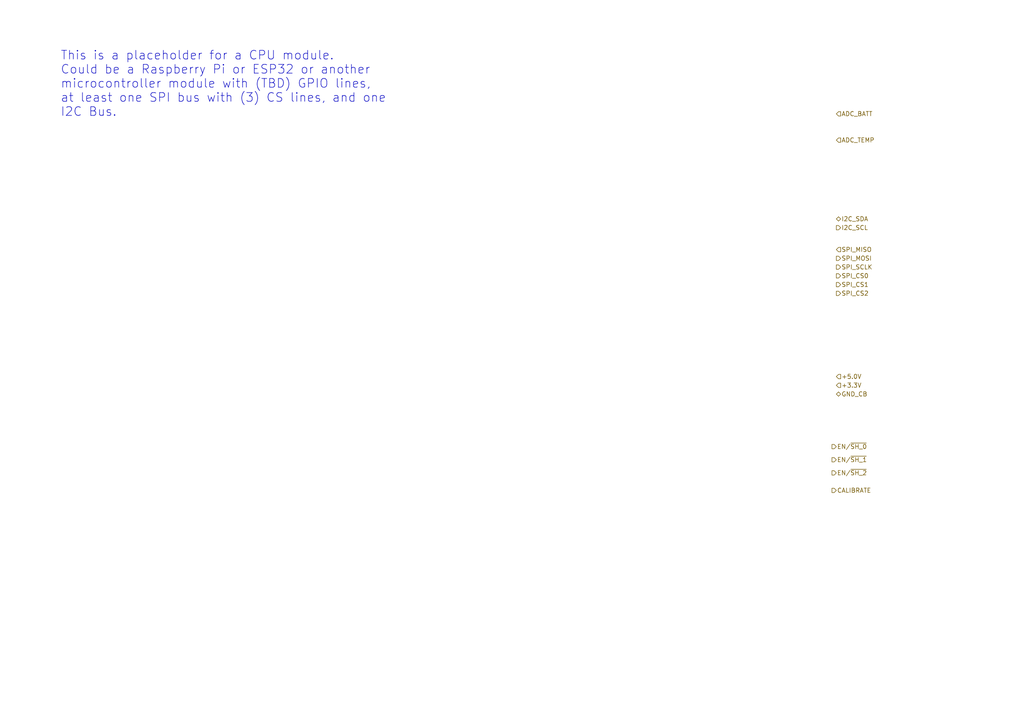
<source format=kicad_sch>
(kicad_sch
	(version 20231120)
	(generator "eeschema")
	(generator_version "8.0")
	(uuid "facb2f44-b57b-4498-b9b5-1780e80f5490")
	(paper "A4")
	(lib_symbols)
	(text "This is a placeholder for a CPU module. \nCould be a Raspberry Pi or ESP32 or another\nmicrocontroller module with (TBD) GPIO lines,\nat least one SPI bus with (3) CS lines, and one\nI2C Bus.\n"
		(exclude_from_sim no)
		(at 17.526 24.384 0)
		(effects
			(font
				(size 2.54 2.54)
			)
			(justify left)
		)
		(uuid "92b90c18-d398-4d0b-9e4d-56c13aa8f3f0")
	)
	(hierarchical_label "SPI_MISO"
		(shape input)
		(at 242.57 72.39 0)
		(effects
			(font
				(size 1.27 1.27)
			)
			(justify left)
		)
		(uuid "29796edb-cbef-4062-b23f-c02bf44cdc04")
	)
	(hierarchical_label "EN{slash}~{SH_1}"
		(shape output)
		(at 241.3 133.35 0)
		(effects
			(font
				(size 1.27 1.27)
			)
			(justify left)
		)
		(uuid "348d8cc7-695e-484a-962a-0aa1e835f694")
	)
	(hierarchical_label "SPI_MOSI"
		(shape output)
		(at 242.57 74.93 0)
		(effects
			(font
				(size 1.27 1.27)
			)
			(justify left)
		)
		(uuid "3d8ee8a6-f28f-4b79-8d62-ae337734fc87")
	)
	(hierarchical_label "CALIBRATE"
		(shape output)
		(at 241.3 142.24 0)
		(effects
			(font
				(size 1.27 1.27)
			)
			(justify left)
		)
		(uuid "41dd6233-342a-4f54-84e7-1dc6ba075698")
	)
	(hierarchical_label "SPI_CS2"
		(shape output)
		(at 242.57 85.09 0)
		(effects
			(font
				(size 1.27 1.27)
			)
			(justify left)
		)
		(uuid "4ccb729f-12b4-4ce0-87f8-42b2514fde58")
	)
	(hierarchical_label "+3.3V"
		(shape input)
		(at 242.57 111.76 0)
		(effects
			(font
				(size 1.27 1.27)
			)
			(justify left)
		)
		(uuid "5180ad6a-148a-48b9-bf04-f4795d5b4632")
	)
	(hierarchical_label "I2C_SDA"
		(shape bidirectional)
		(at 242.57 63.5 0)
		(effects
			(font
				(size 1.27 1.27)
			)
			(justify left)
		)
		(uuid "5298864b-8b23-4908-803d-a8dc39a18c25")
	)
	(hierarchical_label "ADC_BATT"
		(shape input)
		(at 242.57 33.02 0)
		(effects
			(font
				(size 1.27 1.27)
			)
			(justify left)
		)
		(uuid "96fb9c49-489f-4150-8a5a-4b4317b10d82")
	)
	(hierarchical_label "SPI_SCLK"
		(shape output)
		(at 242.57 77.47 0)
		(effects
			(font
				(size 1.27 1.27)
			)
			(justify left)
		)
		(uuid "a7db8e2e-aa00-4529-bbe6-7d61085b4ba4")
	)
	(hierarchical_label "EN{slash}~{SH_2}"
		(shape output)
		(at 241.3 137.16 0)
		(effects
			(font
				(size 1.27 1.27)
			)
			(justify left)
		)
		(uuid "b0fed49d-92f1-43d6-b69d-cc7187759d0e")
	)
	(hierarchical_label "+5.0V"
		(shape input)
		(at 242.57 109.22 0)
		(effects
			(font
				(size 1.27 1.27)
			)
			(justify left)
		)
		(uuid "b78126f8-87ff-4127-ab5b-939237992280")
	)
	(hierarchical_label "SPI_CS0"
		(shape output)
		(at 242.57 80.01 0)
		(effects
			(font
				(size 1.27 1.27)
			)
			(justify left)
		)
		(uuid "d571a2f7-ec8c-4669-aaeb-a17220548a52")
	)
	(hierarchical_label "SPI_CS1"
		(shape output)
		(at 242.57 82.55 0)
		(effects
			(font
				(size 1.27 1.27)
			)
			(justify left)
		)
		(uuid "db32538d-8342-4cb5-a71b-e5c055c7ca52")
	)
	(hierarchical_label "ADC_TEMP"
		(shape input)
		(at 242.57 40.64 0)
		(effects
			(font
				(size 1.27 1.27)
			)
			(justify left)
		)
		(uuid "e3f38288-f959-48d6-a45c-531a831d8f7d")
	)
	(hierarchical_label "GND_CB"
		(shape bidirectional)
		(at 242.57 114.3 0)
		(effects
			(font
				(size 1.27 1.27)
			)
			(justify left)
		)
		(uuid "e8a8cae2-394c-4de7-84e3-de766d038833")
	)
	(hierarchical_label "I2C_SCL"
		(shape output)
		(at 242.57 66.04 0)
		(effects
			(font
				(size 1.27 1.27)
			)
			(justify left)
		)
		(uuid "efeb2ca4-235f-4959-968e-9a8953ddfb77")
	)
	(hierarchical_label "EN{slash}~{SH_0}"
		(shape output)
		(at 241.3 129.54 0)
		(effects
			(font
				(size 1.27 1.27)
			)
			(justify left)
		)
		(uuid "f85acffe-deb7-4f9b-8cd6-45af7d27e1f6")
	)
)

</source>
